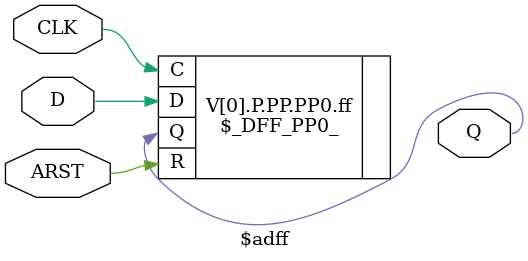
<source format=v>
/*
 *  yosys -- Yosys Open SYnthesis Suite
 *
 *  Copyright (C) 2012  Clifford Wolf <clifford@clifford.at>
 *  
 *  Permission to use, copy, modify, and/or distribute this software for any
 *  purpose with or without fee is hereby granted, provided that the above
 *  copyright notice and this permission notice appear in all copies.
 *  
 *  THE SOFTWARE IS PROVIDED "AS IS" AND THE AUTHOR DISCLAIMS ALL WARRANTIES
 *  WITH REGARD TO THIS SOFTWARE INCLUDING ALL IMPLIED WARRANTIES OF
 *  MERCHANTABILITY AND FITNESS. IN NO EVENT SHALL THE AUTHOR BE LIABLE FOR
 *  ANY SPECIAL, DIRECT, INDIRECT, OR CONSEQUENTIAL DAMAGES OR ANY DAMAGES
 *  WHATSOEVER RESULTING FROM LOSS OF USE, DATA OR PROFITS, WHETHER IN AN
 *  ACTION OF CONTRACT, NEGLIGENCE OR OTHER TORTIOUS ACTION, ARISING OUT OF
 *  OR IN CONNECTION WITH THE USE OR PERFORMANCE OF THIS SOFTWARE.
 *
 *  ---
 *
 *  The internal logic cell technology mapper.
 *
 *  This verilog library contains the mapping of internal cells (e.g. $not with
 *  variable bit width) to the internal logic cells (such as the single bit $_INV_ 
 *  gate). Usually this logic network is then mapped to the actual technology
 *  using e.g. the "abc" pass.
 *
 *  Note that this library does not map $mem cells. They must be mapped to logic
 *  and $dff cells using the "memory_map" pass first. (Or map it to custom cells,
 *  which is of course highly recommended for larger memories.)
 *
 */

// --------------------------------------------------------

module \$not (A, Y);

parameter A_SIGNED = 0;
parameter A_WIDTH = 1;
parameter Y_WIDTH = 1;

input [A_WIDTH-1:0] A;
output [Y_WIDTH-1:0] Y;

wire [Y_WIDTH-1:0] A_buf;
\$pos #(.A_SIGNED(A_SIGNED), .A_WIDTH(A_WIDTH), .Y_WIDTH(Y_WIDTH)) A_conv (.A(A), .Y(A_buf));

genvar i;
generate
	for (i = 0; i < Y_WIDTH; i = i + 1) begin:V
		 \$_INV_ gate (
			.A(A_buf[i]),
			.Y(Y[i])
		);
	end
endgenerate

endmodule

// --------------------------------------------------------

module \$pos (A, Y);

parameter A_SIGNED = 0;
parameter A_WIDTH = 1;
parameter Y_WIDTH = 1;

input [A_WIDTH-1:0] A;
output [Y_WIDTH-1:0] Y;

genvar i;
generate
	for (i = 0; i < Y_WIDTH; i = i + 1) begin:V
		if (i < A_WIDTH) begin
			assign Y[i] = A[i];
		end else if (A_SIGNED) begin
			assign Y[i] = A[A_WIDTH-1];
		end else begin
			assign Y[i] = 0;
		end
	end
endgenerate

endmodule

// --------------------------------------------------------

module \$neg (A, Y);

parameter A_SIGNED = 0;
parameter A_WIDTH = 1;
parameter Y_WIDTH = 1;

input [A_WIDTH-1:0] A;
output [Y_WIDTH-1:0] Y;

\$sub #(
	.A_SIGNED(A_SIGNED),
	.B_SIGNED(A_SIGNED),
	.A_WIDTH(1),
	.B_WIDTH(A_WIDTH),
	.Y_WIDTH(Y_WIDTH)
) sub (
	.A(0),
	.B(A),
	.Y(Y)
);

endmodule

// --------------------------------------------------------

module \$and (A, B, Y);

parameter A_SIGNED = 0;
parameter B_SIGNED = 0;
parameter A_WIDTH = 1;
parameter B_WIDTH = 1;
parameter Y_WIDTH = 1;

input [A_WIDTH-1:0] A;
input [B_WIDTH-1:0] B;
output [Y_WIDTH-1:0] Y;

wire [Y_WIDTH-1:0] A_buf, B_buf;
\$pos #(.A_SIGNED(A_SIGNED && B_SIGNED), .A_WIDTH(A_WIDTH), .Y_WIDTH(Y_WIDTH)) A_conv (.A(A), .Y(A_buf));
\$pos #(.A_SIGNED(A_SIGNED && B_SIGNED), .A_WIDTH(B_WIDTH), .Y_WIDTH(Y_WIDTH)) B_conv (.A(B), .Y(B_buf));

genvar i;
generate
	for (i = 0; i < Y_WIDTH; i = i + 1) begin:V
		 \$_AND_ gate (
			.A(A_buf[i]),
			.B(B_buf[i]),
			.Y(Y[i])
		);
	end
endgenerate

endmodule

// --------------------------------------------------------

module \$or (A, B, Y);

parameter A_SIGNED = 0;
parameter B_SIGNED = 0;
parameter A_WIDTH = 1;
parameter B_WIDTH = 1;
parameter Y_WIDTH = 1;

input [A_WIDTH-1:0] A;
input [B_WIDTH-1:0] B;
output [Y_WIDTH-1:0] Y;

wire [Y_WIDTH-1:0] A_buf, B_buf;
\$pos #(.A_SIGNED(A_SIGNED && B_SIGNED), .A_WIDTH(A_WIDTH), .Y_WIDTH(Y_WIDTH)) A_conv (.A(A), .Y(A_buf));
\$pos #(.A_SIGNED(A_SIGNED && B_SIGNED), .A_WIDTH(B_WIDTH), .Y_WIDTH(Y_WIDTH)) B_conv (.A(B), .Y(B_buf));

genvar i;
generate
	for (i = 0; i < Y_WIDTH; i = i + 1) begin:V
		 \$_OR_ gate (
			.A(A_buf[i]),
			.B(B_buf[i]),
			.Y(Y[i])
		);
	end
endgenerate

endmodule

// --------------------------------------------------------

module \$xor (A, B, Y);

parameter A_SIGNED = 0;
parameter B_SIGNED = 0;
parameter A_WIDTH = 1;
parameter B_WIDTH = 1;
parameter Y_WIDTH = 1;

input [A_WIDTH-1:0] A;
input [B_WIDTH-1:0] B;
output [Y_WIDTH-1:0] Y;

wire [Y_WIDTH-1:0] A_buf, B_buf;
\$pos #(.A_SIGNED(A_SIGNED && B_SIGNED), .A_WIDTH(A_WIDTH), .Y_WIDTH(Y_WIDTH)) A_conv (.A(A), .Y(A_buf));
\$pos #(.A_SIGNED(A_SIGNED && B_SIGNED), .A_WIDTH(B_WIDTH), .Y_WIDTH(Y_WIDTH)) B_conv (.A(B), .Y(B_buf));

genvar i;
generate
	for (i = 0; i < Y_WIDTH; i = i + 1) begin:V
		 \$_XOR_ gate (
			.A(A_buf[i]),
			.B(B_buf[i]),
			.Y(Y[i])
		);
	end
endgenerate

endmodule

// --------------------------------------------------------

module \$xnor (A, B, Y);

parameter A_SIGNED = 0;
parameter B_SIGNED = 0;
parameter A_WIDTH = 1;
parameter B_WIDTH = 1;
parameter Y_WIDTH = 1;

input [A_WIDTH-1:0] A;
input [B_WIDTH-1:0] B;
output [Y_WIDTH-1:0] Y;

wire [Y_WIDTH-1:0] A_buf, B_buf;
\$pos #(.A_SIGNED(A_SIGNED && B_SIGNED), .A_WIDTH(A_WIDTH), .Y_WIDTH(Y_WIDTH)) A_conv (.A(A), .Y(A_buf));
\$pos #(.A_SIGNED(A_SIGNED && B_SIGNED), .A_WIDTH(B_WIDTH), .Y_WIDTH(Y_WIDTH)) B_conv (.A(B), .Y(B_buf));

genvar i;
generate
	for (i = 0; i < Y_WIDTH; i = i + 1) begin:V
		wire tmp;
		 \$_XOR_ gate1 (
			.A(A_buf[i]),
			.B(B_buf[i]),
			.Y(tmp)
		);
		 \$_INV_ gate2 (
			.A(tmp),
			.Y(Y[i])
		);
	end
endgenerate

endmodule

// --------------------------------------------------------

module \$reduce_and (A, Y);

parameter A_SIGNED = 0;
parameter A_WIDTH = 1;
parameter Y_WIDTH = 1;

input [A_WIDTH-1:0] A;
output Y;

wire [A_WIDTH-1:0] buffer;

genvar i;
generate
	for (i = 1; i < A_WIDTH; i = i + 1) begin:V
		 \$_AND_ gate (
			.A(A[i]),
			.B(buffer[i-1]),
			.Y(buffer[i])
		);
	end
endgenerate

assign buffer[0] = A[0];
assign Y = buffer[A_WIDTH-1];

endmodule

// --------------------------------------------------------

module \$reduce_or (A, Y);

parameter A_SIGNED = 0;
parameter A_WIDTH = 1;
parameter Y_WIDTH = 1;

input [A_WIDTH-1:0] A;
output Y;

wire [A_WIDTH-1:0] buffer;

genvar i;
generate
	for (i = 1; i < A_WIDTH; i = i + 1) begin:V
		 \$_OR_ gate (
			.A(A[i]),
			.B(buffer[i-1]),
			.Y(buffer[i])
		);
	end
endgenerate

assign buffer[0] = A[0];
assign Y = buffer[A_WIDTH-1];

endmodule

// --------------------------------------------------------

module \$reduce_xor (A, Y);

parameter A_SIGNED = 0;
parameter A_WIDTH = 1;
parameter Y_WIDTH = 1;

input [A_WIDTH-1:0] A;
output Y;

wire [A_WIDTH-1:0] buffer;

genvar i;
generate
	for (i = 1; i < A_WIDTH; i = i + 1) begin:V
		 \$_XOR_ gate (
			.A(A[i]),
			.B(buffer[i-1]),
			.Y(buffer[i])
		);
	end
endgenerate

assign buffer[0] = A[0];
assign Y = buffer[A_WIDTH-1];

endmodule


// --------------------------------------------------------

module \$reduce_xnor (A, Y);

parameter A_SIGNED = 0;
parameter A_WIDTH = 1;
parameter Y_WIDTH = 1;

input [A_WIDTH-1:0] A;
output Y;

wire [A_WIDTH-1:0] buffer;

genvar i;
generate
	for (i = 1; i < A_WIDTH; i = i + 1) begin:V
		 \$_XOR_ gate (
			.A(A[i]),
			.B(buffer[i-1]),
			.Y(buffer[i])
		);
	end
endgenerate

assign buffer[0] = A[0];
 \$_INV_ gate_inv (
	.A(buffer[A_WIDTH-1]),
	.Y(Y)
);

endmodule

// --------------------------------------------------------

module \$reduce_bool (A, Y);

parameter A_SIGNED = 0;
parameter A_WIDTH = 1;
parameter Y_WIDTH = 1;

input [A_WIDTH-1:0] A;
output Y;

wire [A_WIDTH-1:0] buffer;

genvar i;
generate
	for (i = 1; i < A_WIDTH; i = i + 1) begin:V
		 \$_OR_ gate (
			.A(A[i]),
			.B(buffer[i-1]),
			.Y(buffer[i])
		);
	end
endgenerate

assign buffer[0] = A[0];
assign Y = buffer[A_WIDTH-1];

endmodule

// --------------------------------------------------------

module \$shift (X, A, Y);

parameter WIDTH = 1;
parameter SHIFT = 0;

input X;
input [WIDTH-1:0] A;
output [WIDTH-1:0] Y;

genvar i;
generate
	for (i = 0; i < WIDTH; i = i + 1) begin:V
		if (i+SHIFT < 0) begin
			assign Y[i] = 0;
		end else
		if (i+SHIFT < WIDTH) begin
			assign Y[i] = A[i+SHIFT];
		end else begin
			assign Y[i] = X;
		end
	end
endgenerate

endmodule

// --------------------------------------------------------

module \$shl (A, B, Y);

parameter A_SIGNED = 0;
parameter B_SIGNED = 0;
parameter A_WIDTH = 1;
parameter B_WIDTH = 1;
parameter Y_WIDTH = 1;

parameter WIDTH = Y_WIDTH;

input [A_WIDTH-1:0] A;
input [B_WIDTH-1:0] B;
output [Y_WIDTH-1:0] Y;

genvar i;
generate
	wire [WIDTH*(B_WIDTH+1)-1:0] chain;
	\$pos #(
		.A_SIGNED(A_SIGNED),
		.A_WIDTH(A_WIDTH),
		.Y_WIDTH(WIDTH)
	) expand (
		.A(A),
		.Y(chain[WIDTH-1:0])
	);
	assign Y = chain[WIDTH*(B_WIDTH+1)-1 : WIDTH*B_WIDTH];
	for (i = 0; i < B_WIDTH; i = i + 1) begin:V
		wire [WIDTH-1:0] unshifted, shifted, result;
		assign unshifted = chain[WIDTH*i + WIDTH-1 : WIDTH*i];
		assign chain[WIDTH*(i+1) + WIDTH-1 : WIDTH*(i+1)] = result;
		\$shift #(
			.WIDTH(WIDTH),
			.SHIFT(0 - (2 ** (i > 30 ? 30 : i)))
		) sh (
			.X(0),
			.A(unshifted),
			.Y(shifted)
		);
		\$mux #(
			.WIDTH(WIDTH)
		) mux (
			.A(unshifted),
			.B(shifted),
			.Y(result),
			.S(B[i])
		);
	end
endgenerate

endmodule

// --------------------------------------------------------

module \$shr (A, B, Y);

parameter A_SIGNED = 0;
parameter B_SIGNED = 0;
parameter A_WIDTH = 1;
parameter B_WIDTH = 1;
parameter Y_WIDTH = 1;

parameter WIDTH = A_WIDTH > Y_WIDTH ? A_WIDTH : Y_WIDTH;

input [A_WIDTH-1:0] A;
input [B_WIDTH-1:0] B;
output [Y_WIDTH-1:0] Y;

genvar i;
generate
	wire [WIDTH*(B_WIDTH+1)-1:0] chain;
	\$pos #(
		.A_SIGNED(A_SIGNED),
		.A_WIDTH(A_WIDTH),
		.Y_WIDTH(WIDTH)
	) expand (
		.A(A),
		.Y(chain[WIDTH-1:0])
	);
	assign Y = chain[WIDTH*(B_WIDTH+1)-1 : WIDTH*B_WIDTH];
	for (i = 0; i < B_WIDTH; i = i + 1) begin:V
		wire [WIDTH-1:0] unshifted, shifted, result;
		assign unshifted = chain[WIDTH*i + WIDTH-1 : WIDTH*i];
		assign chain[WIDTH*(i+1) + WIDTH-1 : WIDTH*(i+1)] = result;
		\$shift #(
			.WIDTH(WIDTH),
			.SHIFT(2 ** (i > 30 ? 30 : i))
		) sh (
			.X(0),
			.A(unshifted),
			.Y(shifted)
		);
		\$mux #(
			.WIDTH(WIDTH)
		) mux (
			.A(unshifted),
			.B(shifted),
			.Y(result),
			.S(B[i])
		);
	end
endgenerate

endmodule

// --------------------------------------------------------

module \$sshl (A, B, Y);

parameter A_SIGNED = 0;
parameter B_SIGNED = 0;
parameter A_WIDTH = 1;
parameter B_WIDTH = 1;
parameter Y_WIDTH = 1;

parameter WIDTH = Y_WIDTH;

input [A_WIDTH-1:0] A;
input [B_WIDTH-1:0] B;
output [Y_WIDTH-1:0] Y;

genvar i;
generate
	wire [WIDTH*(B_WIDTH+1)-1:0] chain;
	\$pos #(
		.A_SIGNED(A_SIGNED),
		.A_WIDTH(A_WIDTH),
		.Y_WIDTH(WIDTH)
	) expand (
		.A(A),
		.Y(chain[WIDTH-1:0])
	);
	assign Y = chain[WIDTH*(B_WIDTH+1)-1 : WIDTH*B_WIDTH];
	for (i = 0; i < B_WIDTH; i = i + 1) begin:V
		wire [WIDTH-1:0] unshifted, shifted, result;
		assign unshifted = chain[WIDTH*i + WIDTH-1 : WIDTH*i];
		assign chain[WIDTH*(i+1) + WIDTH-1 : WIDTH*(i+1)] = result;
		\$shift #(
			.WIDTH(WIDTH),
			.SHIFT(0 - (2 ** (i > 30 ? 30 : i)))
		) sh (
			.X(0),
			.A(unshifted),
			.Y(shifted)
		);
		\$mux #(
			.WIDTH(WIDTH)
		) mux (
			.A(unshifted),
			.B(shifted),
			.Y(result),
			.S(B[i])
		);
	end
endgenerate

endmodule

// --------------------------------------------------------

module \$sshr (A, B, Y);

parameter A_SIGNED = 0;
parameter B_SIGNED = 0;
parameter A_WIDTH = 1;
parameter B_WIDTH = 1;
parameter Y_WIDTH = 1;

parameter WIDTH = A_WIDTH > Y_WIDTH ? A_WIDTH : Y_WIDTH;

input [A_WIDTH-1:0] A;
input [B_WIDTH-1:0] B;
output [Y_WIDTH-1:0] Y;

genvar i;
generate
	wire [WIDTH*(B_WIDTH+1)-1:0] chain;
	\$pos #(
		.A_SIGNED(A_SIGNED),
		.A_WIDTH(A_WIDTH),
		.Y_WIDTH(WIDTH)
	) expand (
		.A(A),
		.Y(chain[WIDTH-1:0])
	);
	for (i = 0; i < Y_WIDTH; i = i + 1) begin:Y
		if (i < WIDTH) begin
			assign Y[i] = chain[WIDTH*B_WIDTH + i];
		end else
		if (A_SIGNED) begin
			assign Y[i] = chain[WIDTH*B_WIDTH + WIDTH-1];
		end else begin
			assign Y[i] = 0;
		end
	end
	for (i = 0; i < B_WIDTH; i = i + 1) begin:V
		wire [WIDTH-1:0] unshifted, shifted, result;
		assign unshifted = chain[WIDTH*i + WIDTH-1 : WIDTH*i];
		assign chain[WIDTH*(i+1) + WIDTH-1 : WIDTH*(i+1)] = result;
		\$shift #(
			.WIDTH(WIDTH),
			.SHIFT(2 ** (i > 30 ? 30 : i))
		) sh (
			.X(A_SIGNED && A[A_WIDTH-1]),
			.A(unshifted),
			.Y(shifted)
		);
		\$mux #(
			.WIDTH(WIDTH)
		) mux (
			.A(unshifted),
			.B(shifted),
			.Y(result),
			.S(B[i])
		);
	end
endgenerate

endmodule

// --------------------------------------------------------

module \$fulladd (A, B, C, X, Y);

// {X, Y} = A + B + C
input A, B, C;
output X, Y;

// {t1, t2} = A + B
wire t1, t2, t3;

 \$_AND_ gate1 ( .A(A),  .B(B),  .Y(t1) );
 \$_XOR_ gate2 ( .A(A),  .B(B),  .Y(t2) );
 \$_AND_ gate3 ( .A(t2), .B(C),  .Y(t3) ); 
 \$_XOR_ gate4 ( .A(t2), .B(C),  .Y(Y)  );
 \$_OR_  gate5 ( .A(t1), .B(t3), .Y(X)  );

endmodule


// --------------------------------------------------------

module \$alu (A, B, Cin, Y, Cout, Csign);

parameter WIDTH = 1;

input [WIDTH-1:0] A, B;
input Cin;

output [WIDTH-1:0] Y;
output Cout, Csign;

wire [WIDTH:0] carry;
assign carry[0] = Cin;
assign Cout = carry[WIDTH];
assign Csign = carry[WIDTH-1];

genvar i;
generate
	for (i = 0; i < WIDTH; i = i + 1) begin:V
		\$fulladd adder (
			.A(A[i]),
			.B(B[i]),
			.C(carry[i]),
			.X(carry[i+1]),
			.Y(Y[i])
		);
	end
endgenerate

endmodule

// --------------------------------------------------------

module \$lt (A, B, Y);

parameter A_SIGNED = 0;
parameter B_SIGNED = 0;
parameter A_WIDTH = 1;
parameter B_WIDTH = 1;
parameter Y_WIDTH = 1;

parameter WIDTH = A_WIDTH > B_WIDTH ? A_WIDTH : B_WIDTH;

input [A_WIDTH-1:0] A;
input [B_WIDTH-1:0] B;
output Y;

wire carry, carry_sign;
wire [WIDTH-1:0] A_buf, B_buf, Y_buf;
\$pos #(.A_SIGNED(A_SIGNED && B_SIGNED), .A_WIDTH(A_WIDTH), .Y_WIDTH(WIDTH)) A_conv (.A(A), .Y(A_buf));
\$pos #(.A_SIGNED(A_SIGNED && B_SIGNED), .A_WIDTH(B_WIDTH), .Y_WIDTH(WIDTH)) B_conv (.A(B), .Y(B_buf));

\$alu #(
	.WIDTH(WIDTH)
) alu (
	.A(A_buf),
	.B(~B_buf),
	.Cin(1'b1),
	.Y(Y_buf),
	.Cout(carry),
	.Csign(carry_sign),
);

// ALU flags
wire cf, of, zf, sf;
assign cf = !carry;
assign of = carry ^ carry_sign;
assign zf = ~|Y_buf;
assign sf = Y_buf[WIDTH-1];

generate
	if (A_SIGNED && B_SIGNED) begin
		assign Y = of != sf;
	end else begin
		assign Y = cf;
	end
endgenerate

endmodule

// --------------------------------------------------------

module \$le (A, B, Y);

parameter A_SIGNED = 0;
parameter B_SIGNED = 0;
parameter A_WIDTH = 1;
parameter B_WIDTH = 1;
parameter Y_WIDTH = 1;

parameter WIDTH = A_WIDTH > B_WIDTH ? A_WIDTH : B_WIDTH;

input [A_WIDTH-1:0] A;
input [B_WIDTH-1:0] B;
output Y;

wire carry, carry_sign;
wire [WIDTH-1:0] A_buf, B_buf, Y_buf;
\$pos #(.A_SIGNED(A_SIGNED && B_SIGNED), .A_WIDTH(A_WIDTH), .Y_WIDTH(WIDTH)) A_conv (.A(A), .Y(A_buf));
\$pos #(.A_SIGNED(A_SIGNED && B_SIGNED), .A_WIDTH(B_WIDTH), .Y_WIDTH(WIDTH)) B_conv (.A(B), .Y(B_buf));

\$alu #(
	.WIDTH(WIDTH)
) alu (
	.A(A_buf),
	.B(~B_buf),
	.Cin(1'b1),
	.Y(Y_buf),
	.Cout(carry),
	.Csign(carry_sign),
);

// ALU flags
wire cf, of, zf, sf;
assign cf = !carry;
assign of = carry ^ carry_sign;
assign zf = ~|Y_buf;
assign sf = Y_buf[WIDTH-1];

generate
	if (A_SIGNED && B_SIGNED) begin
		assign Y = zf || (of != sf);
	end else begin
		assign Y = zf || cf;
	end
endgenerate

endmodule

// --------------------------------------------------------

module \$eq (A, B, Y);

parameter A_SIGNED = 0;
parameter B_SIGNED = 0;
parameter A_WIDTH = 1;
parameter B_WIDTH = 1;
parameter Y_WIDTH = 1;

parameter WIDTH = A_WIDTH > B_WIDTH ? A_WIDTH : B_WIDTH;

input [A_WIDTH-1:0] A;
input [B_WIDTH-1:0] B;
output Y;

wire carry, carry_sign;
wire [WIDTH-1:0] A_buf, B_buf;
\$pos #(.A_SIGNED(A_SIGNED && B_SIGNED), .A_WIDTH(A_WIDTH), .Y_WIDTH(WIDTH)) A_conv (.A(A), .Y(A_buf));
\$pos #(.A_SIGNED(A_SIGNED && B_SIGNED), .A_WIDTH(B_WIDTH), .Y_WIDTH(WIDTH)) B_conv (.A(B), .Y(B_buf));

assign Y = ~|(A_buf ^ B_buf);

endmodule

// --------------------------------------------------------

module \$ne (A, B, Y);

parameter A_SIGNED = 0;
parameter B_SIGNED = 0;
parameter A_WIDTH = 1;
parameter B_WIDTH = 1;
parameter Y_WIDTH = 1;

parameter WIDTH = A_WIDTH > B_WIDTH ? A_WIDTH : B_WIDTH;

input [A_WIDTH-1:0] A;
input [B_WIDTH-1:0] B;
output Y;

wire carry, carry_sign;
wire [WIDTH-1:0] A_buf, B_buf;
\$pos #(.A_SIGNED(A_SIGNED && B_SIGNED), .A_WIDTH(A_WIDTH), .Y_WIDTH(WIDTH)) A_conv (.A(A), .Y(A_buf));
\$pos #(.A_SIGNED(A_SIGNED && B_SIGNED), .A_WIDTH(B_WIDTH), .Y_WIDTH(WIDTH)) B_conv (.A(B), .Y(B_buf));

assign Y = |(A_buf ^ B_buf);

endmodule

// --------------------------------------------------------

module \$ge (A, B, Y);

parameter A_SIGNED = 0;
parameter B_SIGNED = 0;
parameter A_WIDTH = 1;
parameter B_WIDTH = 1;
parameter Y_WIDTH = 1;

input [A_WIDTH-1:0] A;
input [B_WIDTH-1:0] B;
output Y;

\$le #(
	.A_SIGNED(B_SIGNED),
	.B_SIGNED(A_SIGNED),
	.A_WIDTH(B_WIDTH),
	.B_WIDTH(A_WIDTH)
) ge_via_le (
	.A(B),
	.B(A),
	.Y(Y)
);

endmodule

// --------------------------------------------------------

module \$gt (A, B, Y);

parameter A_SIGNED = 0;
parameter B_SIGNED = 0;
parameter A_WIDTH = 1;
parameter B_WIDTH = 1;
parameter Y_WIDTH = 1;

input [A_WIDTH-1:0] A;
input [B_WIDTH-1:0] B;
output Y;

\$lt #(
	.A_SIGNED(B_SIGNED),
	.B_SIGNED(A_SIGNED),
	.A_WIDTH(B_WIDTH),
	.B_WIDTH(A_WIDTH)
) gt_via_lt (
	.A(B),
	.B(A),
	.Y(Y)
);

endmodule

// --------------------------------------------------------

module \$add (A, B, Y);

parameter A_SIGNED = 0;
parameter B_SIGNED = 0;
parameter A_WIDTH = 1;
parameter B_WIDTH = 1;
parameter Y_WIDTH = 1;

input [A_WIDTH-1:0] A;
input [B_WIDTH-1:0] B;
output [Y_WIDTH-1:0] Y;

wire [Y_WIDTH-1:0] A_buf, B_buf;
\$pos #(.A_SIGNED(A_SIGNED && B_SIGNED), .A_WIDTH(A_WIDTH), .Y_WIDTH(Y_WIDTH)) A_conv (.A(A), .Y(A_buf));
\$pos #(.A_SIGNED(A_SIGNED && B_SIGNED), .A_WIDTH(B_WIDTH), .Y_WIDTH(Y_WIDTH)) B_conv (.A(B), .Y(B_buf));

\$alu #(
	.WIDTH(Y_WIDTH)
) alu (
	.A(A_buf),
	.B(B_buf),
	.Cin(1'b0),
	.Y(Y)
);

endmodule

// --------------------------------------------------------

module \$sub (A, B, Y);

parameter A_SIGNED = 0;
parameter B_SIGNED = 0;
parameter A_WIDTH = 1;
parameter B_WIDTH = 1;
parameter Y_WIDTH = 1;

input [A_WIDTH-1:0] A;
input [B_WIDTH-1:0] B;
output [Y_WIDTH-1:0] Y;

wire [Y_WIDTH-1:0] A_buf, B_buf;
\$pos #(.A_SIGNED(A_SIGNED && B_SIGNED), .A_WIDTH(A_WIDTH), .Y_WIDTH(Y_WIDTH)) A_conv (.A(A), .Y(A_buf));
\$pos #(.A_SIGNED(A_SIGNED && B_SIGNED), .A_WIDTH(B_WIDTH), .Y_WIDTH(Y_WIDTH)) B_conv (.A(B), .Y(B_buf));

\$alu #(
	.WIDTH(Y_WIDTH)
) alu (
	.A(A_buf),
	.B(~B_buf),
	.Cin(1'b1),
	.Y(Y)
);

endmodule

// --------------------------------------------------------

module \$arraymul (A, B, Y);

parameter WIDTH = 8;
input [WIDTH-1:0] A, B;
output [WIDTH-1:0] Y;

wire [WIDTH*WIDTH-1:0] partials;

genvar i;
assign partials[WIDTH-1 : 0] = A[0] ? B : 0;
generate for (i = 1; i < WIDTH; i = i+1) begin:gen
	assign partials[WIDTH*(i+1)-1 : WIDTH*i] = (A[i] ? B << i : 0) + partials[WIDTH*i-1 : WIDTH*(i-1)];
end endgenerate

assign Y = partials[WIDTH*WIDTH-1 : WIDTH*(WIDTH-1)];

endmodule

// --------------------------------------------------------

module \$mul (A, B, Y);

parameter A_SIGNED = 0;
parameter B_SIGNED = 0;
parameter A_WIDTH = 1;
parameter B_WIDTH = 1;
parameter Y_WIDTH = 1;

input [A_WIDTH-1:0] A;
input [B_WIDTH-1:0] B;
output [Y_WIDTH-1:0] Y;

wire [Y_WIDTH-1:0] A_buf, B_buf;
\$pos #(.A_SIGNED(A_SIGNED && B_SIGNED), .A_WIDTH(A_WIDTH), .Y_WIDTH(Y_WIDTH)) A_conv (.A(A), .Y(A_buf));
\$pos #(.A_SIGNED(A_SIGNED && B_SIGNED), .A_WIDTH(B_WIDTH), .Y_WIDTH(Y_WIDTH)) B_conv (.A(B), .Y(B_buf));

\$arraymul #(
	.WIDTH(Y_WIDTH)
) arraymul (
	.A(A_buf),
	.B(B_buf),
	.Y(Y)
);

endmodule

// --------------------------------------------------------

module \$div_mod_u (A, B, Y, R);

parameter WIDTH = 1;

input [WIDTH-1:0] A, B;
output [WIDTH-1:0] Y, R;

wire [WIDTH*WIDTH-1:0] chaindata;
assign R = chaindata[WIDTH*WIDTH-1:WIDTH*(WIDTH-1)];

genvar i;
generate begin
	for (i = 0; i < WIDTH; i=i+1) begin:stage
		wire [WIDTH-1:0] stage_in;

		if (i == 0) begin:cp
			assign stage_in = A;
		end else begin:cp
			assign stage_in = chaindata[i*WIDTH-1:(i-1)*WIDTH];
		end

		assign Y[WIDTH-(i+1)] = stage_in >= {B, {WIDTH-(i+1){1'b0}}};
		assign chaindata[(i+1)*WIDTH-1:i*WIDTH] = Y[WIDTH-(i+1)] ? stage_in - {B, {WIDTH-(i+1){1'b0}}} : stage_in;
	end
end endgenerate

endmodule

// --------------------------------------------------------

module \$div_mod (A, B, Y, R);

parameter A_SIGNED = 0;
parameter B_SIGNED = 0;
parameter A_WIDTH = 1;
parameter B_WIDTH = 1;
parameter Y_WIDTH = 1;

localparam WIDTH =
		A_WIDTH >= B_WIDTH && A_WIDTH >= Y_WIDTH ? A_WIDTH :
		B_WIDTH >= A_WIDTH && B_WIDTH >= Y_WIDTH ? B_WIDTH : Y_WIDTH;

input [A_WIDTH-1:0] A;
input [B_WIDTH-1:0] B;
output [Y_WIDTH-1:0] Y, R;

wire [WIDTH-1:0] A_buf, B_buf;
\$pos #(.A_SIGNED(A_SIGNED && B_SIGNED), .A_WIDTH(A_WIDTH), .Y_WIDTH(WIDTH)) A_conv (.A(A), .Y(A_buf));
\$pos #(.A_SIGNED(A_SIGNED && B_SIGNED), .A_WIDTH(B_WIDTH), .Y_WIDTH(WIDTH)) B_conv (.A(B), .Y(B_buf));

wire [WIDTH-1:0] A_buf_u, B_buf_u, Y_u, R_u;
assign A_buf_u = A_SIGNED && B_SIGNED && A_buf[WIDTH-1] ? -A_buf : A_buf;
assign B_buf_u = A_SIGNED && B_SIGNED && B_buf[WIDTH-1] ? -B_buf : B_buf;

\$div_mod_u #(
	.WIDTH(WIDTH)
) div_mod_u (
	.A(A_buf_u),
	.B(B_buf_u),
	.Y(Y_u),
	.R(R_u),
);

assign Y = A_SIGNED && B_SIGNED && (A_buf[WIDTH-1] != B_buf[WIDTH-1]) ? -Y_u : Y_u;
assign R = A_SIGNED && B_SIGNED && A_buf[WIDTH-1] ? -R_u : R_u;

endmodule

// --------------------------------------------------------

module \$div (A, B, Y);

parameter A_SIGNED = 0;
parameter B_SIGNED = 0;
parameter A_WIDTH = 1;
parameter B_WIDTH = 1;
parameter Y_WIDTH = 1;

input [A_WIDTH-1:0] A;
input [B_WIDTH-1:0] B;
output [Y_WIDTH-1:0] Y;

\$div_mod #(
	.A_SIGNED(A_SIGNED),
	.B_SIGNED(B_SIGNED),
	.A_WIDTH(A_WIDTH),
	.B_WIDTH(B_WIDTH),
	.Y_WIDTH(Y_WIDTH)
) div_mod (
	.A(A),
	.B(B),
	.Y(Y)
);

endmodule

// --------------------------------------------------------

module \$mod (A, B, Y);

parameter A_SIGNED = 0;
parameter B_SIGNED = 0;
parameter A_WIDTH = 1;
parameter B_WIDTH = 1;
parameter Y_WIDTH = 1;

input [A_WIDTH-1:0] A;
input [B_WIDTH-1:0] B;
output [Y_WIDTH-1:0] Y;

\$div_mod #(
	.A_SIGNED(A_SIGNED),
	.B_SIGNED(B_SIGNED),
	.A_WIDTH(A_WIDTH),
	.B_WIDTH(B_WIDTH),
	.Y_WIDTH(Y_WIDTH)
) div_mod (
	.A(A),
	.B(B),
	.R(Y)
);

endmodule

/****
// --------------------------------------------------------

module \$pow (A, B, Y);

parameter A_SIGNED = 0;
parameter B_SIGNED = 0;
parameter A_WIDTH = 1;
parameter B_WIDTH = 1;
parameter Y_WIDTH = 1;

input [A_WIDTH-1:0] A;
input [B_WIDTH-1:0] B;
output [Y_WIDTH-1:0] Y;

wire signed [A_WIDTH:0] buffer_a = A_SIGNED ? $signed(A) : A;
wire signed [B_WIDTH:0] buffer_b = B_SIGNED ? $signed(B) : B;

assign Y = buffer_a ** buffer_b;

endmodule

// --------------------------------------------------------
****/

module \$logic_not (A, Y);

parameter A_SIGNED = 0;
parameter A_WIDTH = 1;
parameter Y_WIDTH = 1;

input [A_WIDTH-1:0] A;
output [Y_WIDTH-1:0] Y;

wire A_buf;

\$reduce_bool #(
	.A_SIGNED(A_SIGNED),
	.A_WIDTH(A_WIDTH)
) A_logic (
	.A(A), 
	.Y(A_buf)
);

 \$_INV_ gate (
	.A(A_buf),
	.Y(Y[0])
);

generate
	if (Y_WIDTH > 1) begin:V
		assign Y[Y_WIDTH-1:1] = 0;
	end
endgenerate

endmodule

// --------------------------------------------------------

module \$logic_and (A, B, Y);

parameter A_SIGNED = 0;
parameter B_SIGNED = 0;
parameter A_WIDTH = 1;
parameter B_WIDTH = 1;
parameter Y_WIDTH = 1;

input [A_WIDTH-1:0] A;
input [B_WIDTH-1:0] B;
output [Y_WIDTH-1:0] Y;

wire A_buf, B_buf;

\$reduce_bool #(
	.A_SIGNED(A_SIGNED),
	.A_WIDTH(A_WIDTH)
) A_logic (
	.A(A), 
	.Y(A_buf)
);

\$reduce_bool #(
	.A_SIGNED(B_SIGNED),
	.A_WIDTH(B_WIDTH)
) B_logic (
	.A(B), 
	.Y(B_buf)
);

 \$_AND_ gate (
	.A(A_buf),
	.B(B_buf),
	.Y(Y[0])
);

generate
	if (Y_WIDTH > 1) begin:V
		assign Y[Y_WIDTH-1:1] = 0;
	end
endgenerate

endmodule

// --------------------------------------------------------

module \$logic_or (A, B, Y);

parameter A_SIGNED = 0;
parameter B_SIGNED = 0;
parameter A_WIDTH = 1;
parameter B_WIDTH = 1;
parameter Y_WIDTH = 1;

input [A_WIDTH-1:0] A;
input [B_WIDTH-1:0] B;
output [Y_WIDTH-1:0] Y;

wire A_buf, B_buf;

\$reduce_bool #(
	.A_SIGNED(A_SIGNED),
	.A_WIDTH(A_WIDTH)
) A_logic (
	.A(A), 
	.Y(A_buf)
);

\$reduce_bool #(
	.A_SIGNED(B_SIGNED),
	.A_WIDTH(B_WIDTH)
) B_logic (
	.A(B), 
	.Y(B_buf)
);

 \$_OR_ gate (
	.A(A_buf),
	.B(B_buf),
	.Y(Y[0])
);

generate
	if (Y_WIDTH > 1) begin:V
		assign Y[Y_WIDTH-1:1] = 0;
	end
endgenerate

endmodule

// --------------------------------------------------------

module \$mux (A, B, S, Y);

parameter WIDTH = 1;

input [WIDTH-1:0] A, B;
input S;
output [WIDTH-1:0] Y;

genvar i;
generate
	for (i = 0; i < WIDTH; i = i + 1) begin:V
		\$_MUX_ gate (
			.A(A[i]),
			.B(B[i]),
			.S(S),
			.Y(Y[i])
		);
	end
endgenerate

endmodule

// --------------------------------------------------------

module \$pmux (A, B, S, Y);

parameter WIDTH = 1;
parameter S_WIDTH = 1;

input [WIDTH-1:0] A;
input [WIDTH*S_WIDTH-1:0] B;
input [S_WIDTH-1:0] S;
output [WIDTH-1:0] Y;

wire [WIDTH-1:0] Y_B;

genvar i, j;
generate
	wire [WIDTH*S_WIDTH-1:0] B_AND_S;
        for (i = 0; i < S_WIDTH; i = i + 1) begin:B_AND
                assign B_AND_S[WIDTH*(i+1)-1:WIDTH*i] = B[WIDTH*(i+1)-1:WIDTH*i] & {WIDTH{S[i]}};
        end:B_AND
        for (i = 0; i < WIDTH; i = i + 1) begin:B_OR
                wire [S_WIDTH-1:0] B_AND_BITS;
                for (j = 0; j < S_WIDTH; j = j + 1) begin:B_AND_BITS_COLLECT
                        assign B_AND_BITS[j] = B_AND_S[WIDTH*j+i];
                end:B_AND_BITS_COLLECT
                assign Y_B[i] = |B_AND_BITS;
        end:B_OR
endgenerate

assign Y = |S ? Y_B : A;

endmodule

// --------------------------------------------------------

module \$safe_pmux (A, B, S, Y);

parameter WIDTH = 1;
parameter S_WIDTH = 1;

input [WIDTH-1:0] A;
input [WIDTH*S_WIDTH-1:0] B;
input [S_WIDTH-1:0] S;
output [WIDTH-1:0] Y;

wire [S_WIDTH-1:0] status_found_first;
wire [S_WIDTH-1:0] status_found_second;

genvar i;
generate
	for (i = 0; i < S_WIDTH; i = i + 1) begin:GEN1
		wire pre_first;
		if (i > 0) begin:GEN2
			assign pre_first = status_found_first[i-1];
		end:GEN2 else begin:GEN3
			assign pre_first = 0;
		end:GEN3
		assign status_found_first[i] = pre_first | S[i];
		assign status_found_second[i] = pre_first & S[i];
	end:GEN1
endgenerate

\$pmux #(
	.WIDTH(WIDTH),
	.S_WIDTH(S_WIDTH)
) pmux_cell (
	.A(A),
	.B(B),
	.S(S & {S_WIDTH{~|status_found_second}}),
	.Y(Y)
);

endmodule

// --------------------------------------------------------

module \$dff (CLK, D, Q);

parameter WIDTH = 1;
parameter CLK_POLARITY = 1'b1;

input CLK;
input [WIDTH-1:0] D;
output [WIDTH-1:0] Q;

genvar i;
generate
	if (CLK_POLARITY == 0)
		for (i = 0; i < WIDTH; i = i + 1) begin:V
			 \$_DFF_N_ ff (
				.D(D[i]),
				.Q(Q[i]),
				.C(CLK)
			);
		end
	if (CLK_POLARITY != 0)
		for (i = 0; i < WIDTH; i = i + 1) begin:V
			 \$_DFF_P_ ff (
				.D(D[i]),
				.Q(Q[i]),
				.C(CLK)
			);
		end
endgenerate

endmodule

// --------------------------------------------------------

module \$adff (CLK, ARST, D, Q);

parameter WIDTH = 1;
parameter CLK_POLARITY = 1'b1;
parameter ARST_POLARITY = 1'b1;
parameter ARST_VALUE = 0;

input CLK, ARST;
input [WIDTH-1:0] D;
output [WIDTH-1:0] Q;

genvar i;
generate
	for (i = 0; i < WIDTH; i = i + 1) begin:V
		if (CLK_POLARITY == 0) begin:N
			if (ARST_POLARITY == 0) begin:NN
				if (ARST_VALUE[i] == 0) begin:NN0
					 \$_DFF_NN0_ ff (
						.D(D[i]),
						.Q(Q[i]),
						.C(CLK),
						.R(ARST)
					);
				end else begin:NN1
					 \$_DFF_NN1_ ff (
						.D(D[i]),
						.Q(Q[i]),
						.C(CLK),
						.R(ARST)
					);
				end
			end else begin:NP
				if (ARST_VALUE[i] == 0) begin:NP0
					 \$_DFF_NP0_ ff (
						.D(D[i]),
						.Q(Q[i]),
						.C(CLK),
						.R(ARST)
					);
				end else begin:NP1
					 \$_DFF_NP1_ ff (
						.D(D[i]),
						.Q(Q[i]),
						.C(CLK),
						.R(ARST)
					);
				end
			end
		end else begin:P
			if (ARST_POLARITY == 0) begin:PN
				if (ARST_VALUE[i] == 0) begin:PN0
					 \$_DFF_PN0_ ff (
						.D(D[i]),
						.Q(Q[i]),
						.C(CLK),
						.R(ARST)
					);
				end else begin:PN1
					 \$_DFF_PN1_ ff (
						.D(D[i]),
						.Q(Q[i]),
						.C(CLK),
						.R(ARST)
					);
				end
			end else begin:PP
				if (ARST_VALUE[i] == 0) begin:PP0
					 \$_DFF_PP0_ ff (
						.D(D[i]),
						.Q(Q[i]),
						.C(CLK),
						.R(ARST)
					);
				end else begin:PP1
					 \$_DFF_PP1_ ff (
						.D(D[i]),
						.Q(Q[i]),
						.C(CLK),
						.R(ARST)
					);
				end
			end
		end
	end
endgenerate

endmodule

// --------------------------------------------------------


</source>
